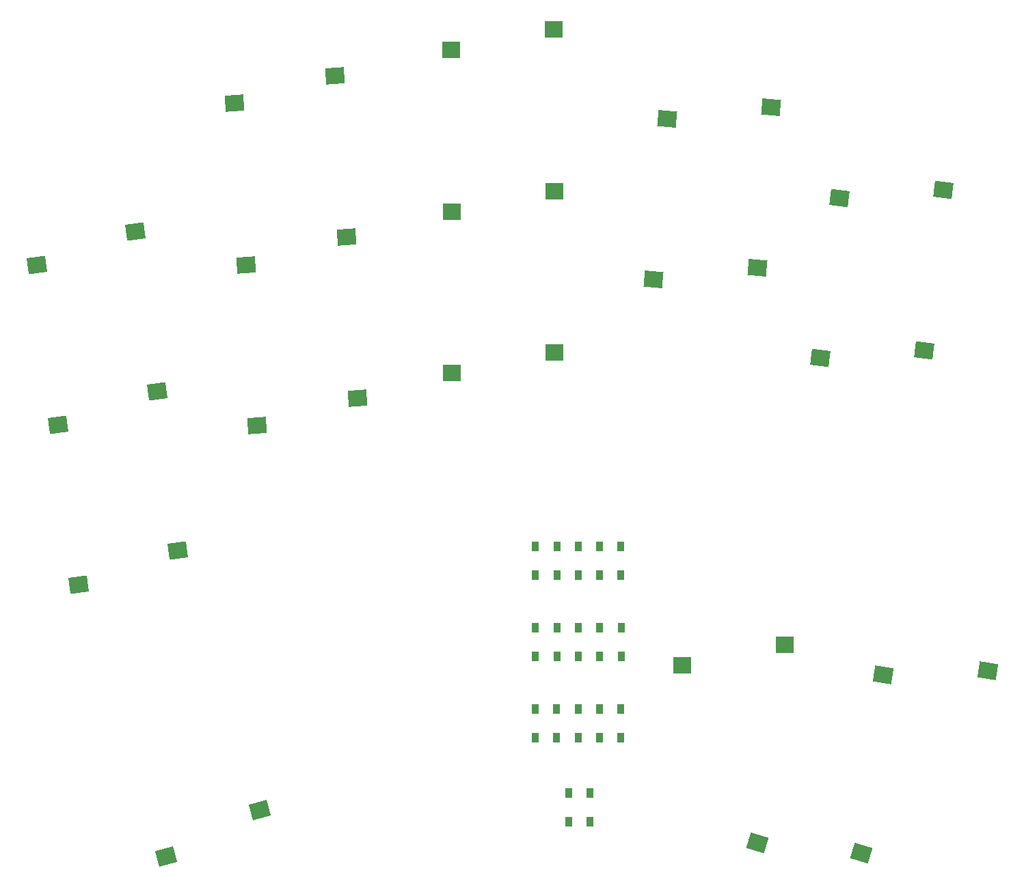
<source format=gbr>
%TF.GenerationSoftware,KiCad,Pcbnew,7.0.7*%
%TF.CreationDate,2024-05-22T00:05:12+09:00*%
%TF.ProjectId,hmproto34,686d7072-6f74-46f3-9334-2e6b69636164,rev?*%
%TF.SameCoordinates,Original*%
%TF.FileFunction,Paste,Bot*%
%TF.FilePolarity,Positive*%
%FSLAX46Y46*%
G04 Gerber Fmt 4.6, Leading zero omitted, Abs format (unit mm)*
G04 Created by KiCad (PCBNEW 7.0.7) date 2024-05-22 00:05:12*
%MOMM*%
%LPD*%
G01*
G04 APERTURE LIST*
G04 Aperture macros list*
%AMRotRect*
0 Rectangle, with rotation*
0 The origin of the aperture is its center*
0 $1 length*
0 $2 width*
0 $3 Rotation angle, in degrees counterclockwise*
0 Add horizontal line*
21,1,$1,$2,0,0,$3*%
G04 Aperture macros list end*
%ADD10R,0.950000X1.300000*%
%ADD11R,2.300000X2.000000*%
%ADD12RotRect,2.300000X2.000000X184.000000*%
%ADD13RotRect,2.300000X2.000000X173.000000*%
%ADD14RotRect,2.300000X2.000000X195.000000*%
%ADD15RotRect,2.300000X2.000000X163.000000*%
%ADD16RotRect,2.300000X2.000000X175.000000*%
%ADD17RotRect,2.300000X2.000000X187.500000*%
%ADD18RotRect,2.300000X2.000000X171.000000*%
G04 APERTURE END LIST*
D10*
%TO.C,D2*%
X79980000Y-88285000D03*
X79980000Y-91835000D03*
%TD*%
D11*
%TO.C,SW8*%
X66944132Y-46755576D03*
X79644132Y-44215576D03*
%TD*%
D12*
%TO.C,SW12*%
X42841212Y-73280156D03*
X55333094Y-69860436D03*
%TD*%
D10*
%TO.C,D15*%
X87910000Y-108445000D03*
X87910000Y-111995000D03*
%TD*%
D13*
%TO.C,SW10*%
X112590732Y-64931722D03*
X125505616Y-63958395D03*
%TD*%
D10*
%TO.C,D14*%
X85260000Y-108445000D03*
X85260000Y-111995000D03*
%TD*%
D12*
%TO.C,SW7*%
X41471212Y-53370156D03*
X53963094Y-49950436D03*
%TD*%
D10*
%TO.C,D9*%
X85290000Y-98370000D03*
X85290000Y-101920000D03*
%TD*%
%TO.C,D17*%
X84070000Y-118815000D03*
X84070000Y-122365000D03*
%TD*%
D14*
%TO.C,SW16*%
X31554898Y-126705221D03*
X43164756Y-120964767D03*
%TD*%
D15*
%TO.C,SW17*%
X104834318Y-124981708D03*
X117722012Y-126265814D03*
%TD*%
D10*
%TO.C,D5*%
X87930000Y-88285000D03*
X87930000Y-91835000D03*
%TD*%
D16*
%TO.C,SW9*%
X91965631Y-55125303D03*
X104838679Y-53701847D03*
%TD*%
D17*
%TO.C,SW6*%
X18187260Y-73191332D03*
X30447074Y-69015379D03*
%TD*%
D10*
%TO.C,D16*%
X81420000Y-118815000D03*
X81420000Y-122365000D03*
%TD*%
%TO.C,D6*%
X77340000Y-98370000D03*
X77340000Y-101920000D03*
%TD*%
D12*
%TO.C,SW2*%
X40031212Y-33350156D03*
X52523094Y-29930436D03*
%TD*%
D11*
%TO.C,SW14*%
X95514132Y-102965576D03*
X108214132Y-100425576D03*
%TD*%
%TO.C,SW3*%
X66924132Y-26715576D03*
X79624132Y-24175576D03*
%TD*%
D16*
%TO.C,SW4*%
X93685631Y-35235303D03*
X106558679Y-33811847D03*
%TD*%
D17*
%TO.C,SW11*%
X20777260Y-92991332D03*
X33037074Y-88815379D03*
%TD*%
D10*
%TO.C,D4*%
X85280000Y-88285000D03*
X85280000Y-91835000D03*
%TD*%
D11*
%TO.C,SW13*%
X66954132Y-66765576D03*
X79654132Y-64225576D03*
%TD*%
D10*
%TO.C,D12*%
X79960000Y-108445000D03*
X79960000Y-111995000D03*
%TD*%
D13*
%TO.C,SW5*%
X114960732Y-45081722D03*
X127875616Y-44108395D03*
%TD*%
D10*
%TO.C,D7*%
X79990000Y-98370000D03*
X79990000Y-101920000D03*
%TD*%
D17*
%TO.C,SW1*%
X15557260Y-53381332D03*
X27817074Y-49205379D03*
%TD*%
D10*
%TO.C,D10*%
X87940000Y-98370000D03*
X87940000Y-101920000D03*
%TD*%
%TO.C,D1*%
X77330000Y-88285000D03*
X77330000Y-91835000D03*
%TD*%
%TO.C,D13*%
X82610000Y-108445000D03*
X82610000Y-111995000D03*
%TD*%
D18*
%TO.C,SW15*%
X120373915Y-104212299D03*
X133314900Y-103690288D03*
%TD*%
D10*
%TO.C,D11*%
X77310000Y-108445000D03*
X77310000Y-111995000D03*
%TD*%
%TO.C,D3*%
X82630000Y-88285000D03*
X82630000Y-91835000D03*
%TD*%
%TO.C,D8*%
X82640000Y-98370000D03*
X82640000Y-101920000D03*
%TD*%
M02*

</source>
